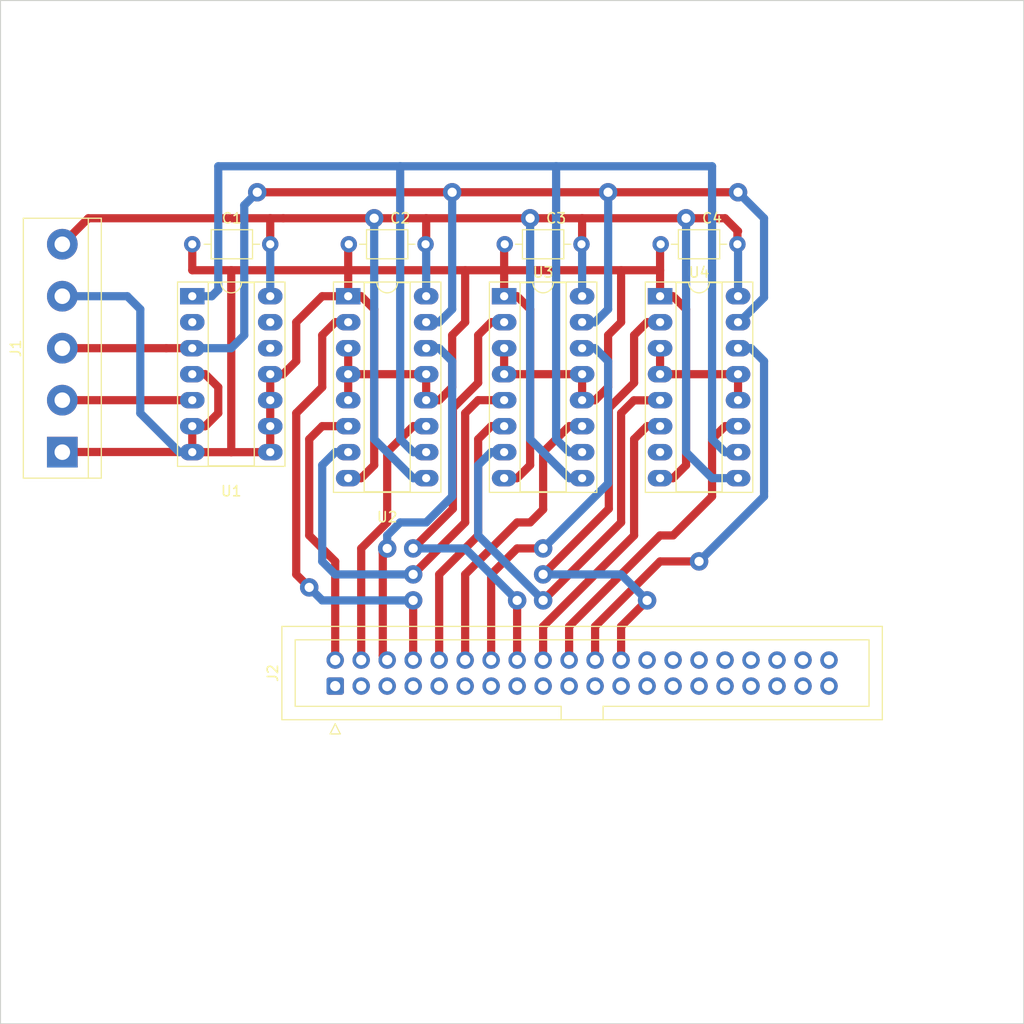
<source format=kicad_pcb>
(kicad_pcb (version 20211014) (generator pcbnew)
  (layers (0 "F.Cu" signal) (31 "B.Cu" signal) (34 "B.Paste" user) (35 "F.Paste" user) (36 "B.SilkS" user "B.Silkscreen") (37 "F.SilkS" user "F.Silkscreen") (38 "B.Mask" user) (39 "F.Mask" user) (44 "Edge.Cuts" user))
  (net 0 "")
  (net 1 "Net-(U1-Pad1)")
  (net 3 "Net-(J2-Pad2)")
  (net 4 "Net-(J2-Pad4)")
  (net 5 "Vss")
  (net 8 "Vdd")
  (net 9 "Net-(U2-Pad7)")
  (net 10 "Net-(U3-Pad7)")
  (net 14 "Net-(J2-Pad6)")
  (net 15 "Net-(J2-Pad8)")
  (net 17 "Net-(J2-Pad10)")
  (net 19 "Net-(J2-Pad12)")
  (net 21 "Net-(J2-Pad14)")
  (net 23 "Net-(J2-Pad16)")
  (net 25 "Net-(J2-Pad18)")
  (net 27 "Net-(J2-Pad20)")
  (net 29 "Net-(J2-Pad22)")
  (net 49 "Net-(J2-Pad24)")
  (net 50 "/ENC_B")
  (net 51 "/ENC_A")
  (footprint "Capacitor_THT:C_Axial_L3.8mm_D2.6mm_P7.50mm_Horizontal" (layer "F.Cu") (at 132.02 83.82 180)
    (fp_text reference "C4" (at 2.48 2.54) (layer "F.SilkS"))
    (fp_text value "100nF")
    (fp_line (start 5.77 -1.42) (end 1.73 -1.42) (layer "F.SilkS") (width 0.12))
    (fp_line (start 1.73 1.42) (end 5.77 1.42) (layer "F.SilkS") (width 0.12))
    (fp_line (start 1.73 -1.42) (end 1.73 1.42) (layer "F.SilkS") (width 0.12))
    (fp_line (start 6.46 0) (end 5.77 0) (layer "F.SilkS") (width 0.12))
    (fp_line (start 1.04 0) (end 1.73 0) (layer "F.SilkS") (width 0.12))
    (fp_line (start 5.77 1.42) (end 5.77 -1.42) (layer "F.SilkS") (width 0.12))
    (pad "1" thru_hole circle (at 0 0 180) (size 1.6 1.6) (drill 0.8) (layers *.Cu *.Mask) (net 8 "Vdd"))
    (pad "2" thru_hole oval (at 7.5 0 180) (size 1.6 1.6) (drill 0.8) (layers *.Cu *.Mask) (net 5 "Vss"))
  )
  (footprint "Package_DIP:DIP-16_W7.62mm_Socket_LongPads" (layer "F.Cu") (at 93.98 88.9)
    (fp_text reference "U2" (at 3.81 21.59) (layer "F.SilkS"))
    (fp_text value "4029")
    (fp_line (start 6.06 -1.33) (end 4.81 -1.33) (layer "F.SilkS") (width 0.12))
    (fp_line (start 2.81 -1.33) (end 1.56 -1.33) (layer "F.SilkS") (width 0.12))
    (fp_line (start -1.44 19.17) (end 9.06 19.17) (layer "F.SilkS") (width 0.12))
    (fp_line (start -1.44 -1.39) (end -1.44 19.17) (layer "F.SilkS") (width 0.12))
    (fp_line (start 9.06 -1.39) (end -1.44 -1.39) (layer "F.SilkS") (width 0.12))
    (fp_line (start 1.56 19.11) (end 6.06 19.11) (layer "F.SilkS") (width 0.12))
    (fp_line (start 1.56 -1.33) (end 1.56 19.11) (layer "F.SilkS") (width 0.12))
    (fp_line (start 9.06 19.17) (end 9.06 -1.39) (layer "F.SilkS") (width 0.12))
    (fp_line (start 6.06 19.11) (end 6.06 -1.33) (layer "F.SilkS") (width 0.12))
    (fp_arc (start 4.81 -1.33) (mid 3.81 -0.33) (end 2.81 -1.33) (layer "F.SilkS") (width 0.12))
    (pad "1" thru_hole rect (at 0 0) (size 2.4 1.6) (drill 0.8) (layers *.Cu *.Mask) (net 5 "Vss"))
    (pad "2" thru_hole oval (at 0 2.54) (size 2.4 1.6) (drill 0.8) (layers *.Cu *.Mask) (net 15 "Net-(J2-Pad8)"))
    (pad "3" thru_hole oval (at 0 5.08) (size 2.4 1.6) (drill 0.8) (layers *.Cu *.Mask) (net 5 "Vss"))
    (pad "4" thru_hole oval (at 0 7.62) (size 2.4 1.6) (drill 0.8) (layers *.Cu *.Mask) (net 5 "Vss"))
    (pad "5" thru_hole oval (at 0 10.16) (size 2.4 1.6) (drill 0.8) (layers *.Cu *.Mask) (net 5 "Vss"))
    (pad "6" thru_hole oval (at 0 12.7) (size 2.4 1.6) (drill 0.8) (layers *.Cu *.Mask) (net 3 "Net-(J2-Pad2)"))
    (pad "7" thru_hole oval (at 0 15.24) (size 2.4 1.6) (drill 0.8) (layers *.Cu *.Mask) (net 9 "Net-(U2-Pad7)"))
    (pad "8" thru_hole oval (at 0 17.78) (size 2.4 1.6) (drill 0.8) (layers *.Cu *.Mask) (net 5 "Vss"))
    (pad "9" thru_hole oval (at 7.62 17.78) (size 2.4 1.6) (drill 0.8) (layers *.Cu *.Mask) (net 8 "Vdd"))
    (pad "10" thru_hole oval (at 7.62 15.24) (size 2.4 1.6) (drill 0.8) (layers *.Cu *.Mask) (net 1 "Net-(U1-Pad1)"))
    (pad "11" thru_hole oval (at 7.62 12.7) (size 2.4 1.6) (drill 0.8) (layers *.Cu *.Mask) (net 4 "Net-(J2-Pad4)"))
    (pad "12" thru_hole oval (at 7.62 10.16) (size 2.4 1.6) (drill 0.8) (layers *.Cu *.Mask) (net 5 "Vss"))
    (pad "13" thru_hole oval (at 7.62 7.62) (size 2.4 1.6) (drill 0.8) (layers *.Cu *.Mask) (net 5 "Vss"))
    (pad "14" thru_hole oval (at 7.62 5.08) (size 2.4 1.6) (drill 0.8) (layers *.Cu *.Mask) (net 14 "Net-(J2-Pad6)"))
    (pad "15" thru_hole oval (at 7.62 2.54) (size 2.4 1.6) (drill 0.8) (layers *.Cu *.Mask) (net 51 "/ENC_A"))
    (pad "16" thru_hole oval (at 7.62 0) (size 2.4 1.6) (drill 0.8) (layers *.Cu *.Mask) (net 8 "Vdd"))
  )
  (footprint "TerminalBlock:TerminalBlock_bornier-5_P5.08mm" (layer "F.Cu") (at 66.04 104.14 90)
    (fp_text reference "J1" (at 10.15 -4.55 90) (layer "F.SilkS"))
    (fp_text value "Screw_Terminal_01x05")
    (fp_line (start -2.54 -3.81) (end 22.86 -3.81) (layer "F.SilkS") (width 0.12))
    (fp_line (start -2.54 3.81) (end 22.86 3.81) (layer "F.SilkS") (width 0.12))
    (fp_line (start -2.54 -3.81) (end -2.54 3.81) (layer "F.SilkS") (width 0.12))
    (fp_line (start -2.54 2.54) (end 22.86 2.54) (layer "F.SilkS") (width 0.12))
    (fp_line (start 22.86 -3.81) (end 22.86 3.81) (layer "F.SilkS") (width 0.12))
    (pad "1" thru_hole rect (at 0 0 90) (size 3 3) (drill 1.52) (layers *.Cu *.Mask) (net 5 "Vss"))
    (pad "2" thru_hole circle (at 5.08 0 90) (size 3 3) (drill 1.52) (layers *.Cu *.Mask) (net 50 "/ENC_B"))
    (pad "3" thru_hole circle (at 10.16 0 90) (size 3 3) (drill 1.52) (layers *.Cu *.Mask) (net 51 "/ENC_A"))
    (pad "4" thru_hole circle (at 15.24 0 90) (size 3 3) (drill 1.52) (layers *.Cu *.Mask) (net 5 "Vss"))
    (pad "5" thru_hole circle (at 20.32 0 90) (size 3 3) (drill 1.52) (layers *.Cu *.Mask) (net 8 "Vdd"))
  )
  (footprint "Package_DIP:DIP-14_W7.62mm_Socket_LongPads" (layer "F.Cu") (at 78.74 88.9)
    (fp_text reference "U1" (at 3.81 19.05) (layer "F.SilkS"))
    (fp_text value "4013")
    (fp_line (start 6.06 16.57) (end 6.06 -1.33) (layer "F.SilkS") (width 0.12))
    (fp_line (start 6.06 -1.33) (end 4.81 -1.33) (layer "F.SilkS") (width 0.12))
    (fp_line (start 1.56 16.57) (end 6.06 16.57) (layer "F.SilkS") (width 0.12))
    (fp_line (start 2.81 -1.33) (end 1.56 -1.33) (layer "F.SilkS") (width 0.12))
    (fp_line (start -1.44 16.63) (end 9.06 16.63) (layer "F.SilkS") (width 0.12))
    (fp_line (start -1.44 -1.39) (end -1.44 16.63) (layer "F.SilkS") (width 0.12))
    (fp_line (start 9.06 16.63) (end 9.06 -1.39) (layer "F.SilkS") (width 0.12))
    (fp_line (start 1.56 -1.33) (end 1.56 16.57) (layer "F.SilkS") (width 0.12))
    (fp_line (start 9.06 -1.39) (end -1.44 -1.39) (layer "F.SilkS") (width 0.12))
    (fp_arc (start 4.81 -1.33) (mid 3.81 -0.33) (end 2.81 -1.33) (layer "F.SilkS") (width 0.12))
    (pad "1" thru_hole rect (at 0 0) (size 2.4 1.6) (drill 0.8) (layers *.Cu *.Mask) (net 1 "Net-(U1-Pad1)"))
    (pad "2" thru_hole oval (at 0 2.54) (size 2.4 1.6) (drill 0.8) (layers *.Cu *.Mask))
    (pad "3" thru_hole oval (at 0 5.08) (size 2.4 1.6) (drill 0.8) (layers *.Cu *.Mask) (net 51 "/ENC_A"))
    (pad "4" thru_hole oval (at 0 7.62) (size 2.4 1.6) (drill 0.8) (layers *.Cu *.Mask) (net 5 "Vss"))
    (pad "5" thru_hole oval (at 0 10.16) (size 2.4 1.6) (drill 0.8) (layers *.Cu *.Mask) (net 50 "/ENC_B"))
    (pad "6" thru_hole oval (at 0 12.7) (size 2.4 1.6) (drill 0.8) (layers *.Cu *.Mask) (net 5 "Vss"))
    (pad "7" thru_hole oval (at 0 15.24) (size 2.4 1.6) (drill 0.8) (layers *.Cu *.Mask) (net 5 "Vss"))
    (pad "8" thru_hole oval (at 7.62 15.24) (size 2.4 1.6) (drill 0.8) (layers *.Cu *.Mask) (net 5 "Vss"))
    (pad "9" thru_hole oval (at 7.62 12.7) (size 2.4 1.6) (drill 0.8) (layers *.Cu *.Mask) (net 5 "Vss"))
    (pad "10" thru_hole oval (at 7.62 10.16) (size 2.4 1.6) (drill 0.8) (layers *.Cu *.Mask) (net 5 "Vss"))
    (pad "11" thru_hole oval (at 7.62 7.62) (size 2.4 1.6) (drill 0.8) (layers *.Cu *.Mask) (net 5 "Vss"))
    (pad "12" thru_hole oval (at 7.62 5.08) (size 2.4 1.6) (drill 0.8) (layers *.Cu *.Mask))
    (pad "13" thru_hole oval (at 7.62 2.54) (size 2.4 1.6) (drill 0.8) (layers *.Cu *.Mask))
    (pad "14" thru_hole oval (at 7.62 0) (size 2.4 1.6) (drill 0.8) (layers *.Cu *.Mask) (net 8 "Vdd"))
  )
  (footprint "Capacitor_THT:C_Axial_L3.8mm_D2.6mm_P7.50mm_Horizontal" (layer "F.Cu") (at 86.36 83.82 180)
    (fp_text reference "C1" (at 3.75 2.54) (layer "F.SilkS"))
    (fp_text value "100nF")
    (fp_line (start 5.77 -1.42) (end 1.73 -1.42) (layer "F.SilkS") (width 0.12))
    (fp_line (start 1.73 1.42) (end 5.77 1.42) (layer "F.SilkS") (width 0.12))
    (fp_line (start 6.46 0) (end 5.77 0) (layer "F.SilkS") (width 0.12))
    (fp_line (start 1.73 -1.42) (end 1.73 1.42) (layer "F.SilkS") (width 0.12))
    (fp_line (start 1.04 0) (end 1.73 0) (layer "F.SilkS") (width 0.12))
    (fp_line (start 5.77 1.42) (end 5.77 -1.42) (layer "F.SilkS") (width 0.12))
    (pad "1" thru_hole circle (at 0 0 180) (size 1.6 1.6) (drill 0.8) (layers *.Cu *.Mask) (net 8 "Vdd"))
    (pad "2" thru_hole oval (at 7.62 0 180) (size 1.6 1.6) (drill 0.8) (layers *.Cu *.Mask) (net 5 "Vss"))
  )
  (footprint "Package_DIP:DIP-16_W7.62mm_Socket_LongPads" (layer "F.Cu") (at 109.22 88.9)
    (fp_text reference "U3" (at 3.81 -2.33) (layer "F.SilkS"))
    (fp_text value "4029")
    (fp_line (start 6.06 19.11) (end 6.06 -1.33) (layer "F.SilkS") (width 0.12))
    (fp_line (start -1.44 -1.39) (end -1.44 19.17) (layer "F.SilkS") (width 0.12))
    (fp_line (start 1.56 19.11) (end 6.06 19.11) (layer "F.SilkS") (width 0.12))
    (fp_line (start 2.81 -1.33) (end 1.56 -1.33) (layer "F.SilkS") (width 0.12))
    (fp_line (start -1.44 19.17) (end 9.06 19.17) (layer "F.SilkS") (width 0.12))
    (fp_line (start 6.06 -1.33) (end 4.81 -1.33) (layer "F.SilkS") (width 0.12))
    (fp_line (start 1.56 -1.33) (end 1.56 19.11) (layer "F.SilkS") (width 0.12))
    (fp_line (start 9.06 -1.39) (end -1.44 -1.39) (layer "F.SilkS") (width 0.12))
    (fp_line (start 9.06 19.17) (end 9.06 -1.39) (layer "F.SilkS") (width 0.12))
    (fp_arc (start 4.81 -1.33) (mid 3.81 -0.33) (end 2.81 -1.33) (layer "F.SilkS") (width 0.12))
    (pad "1" thru_hole rect (at 0 0) (size 2.4 1.6) (drill 0.8) (layers *.Cu *.Mask) (net 5 "Vss"))
    (pad "2" thru_hole oval (at 0 2.54) (size 2.4 1.6) (drill 0.8) (layers *.Cu *.Mask) (net 23 "Net-(J2-Pad16)"))
    (pad "3" thru_hole oval (at 0 5.08) (size 2.4 1.6) (drill 0.8) (layers *.Cu *.Mask) (net 5 "Vss"))
    (pad "4" thru_hole oval (at 0 7.62) (size 2.4 1.6) (drill 0.8) (layers *.Cu *.Mask) (net 5 "Vss"))
    (pad "5" thru_hole oval (at 0 10.16) (size 2.4 1.6) (drill 0.8) (layers *.Cu *.Mask) (net 9 "Net-(U2-Pad7)"))
    (pad "6" thru_hole oval (at 0 12.7) (size 2.4 1.6) (drill 0.8) (layers *.Cu *.Mask) (net 17 "Net-(J2-Pad10)"))
    (pad "7" thru_hole oval (at 0 15.24) (size 2.4 1.6) (drill 0.8) (layers *.Cu *.Mask) (net 10 "Net-(U3-Pad7)"))
    (pad "8" thru_hole oval (at 0 17.78) (size 2.4 1.6) (drill 0.8) (layers *.Cu *.Mask) (net 5 "Vss"))
    (pad "9" thru_hole oval (at 7.62 17.78) (size 2.4 1.6) (drill 0.8) (layers *.Cu *.Mask) (net 8 "Vdd"))
    (pad "10" thru_hole oval (at 7.62 15.24) (size 2.4 1.6) (drill 0.8) (layers *.Cu *.Mask) (net 1 "Net-(U1-Pad1)"))
    (pad "11" thru_hole oval (at 7.62 12.7) (size 2.4 1.6) (drill 0.8) (layers *.Cu *.Mask) (net 19 "Net-(J2-Pad12)"))
    (pad "12" thru_hole oval (at 7.62 10.16) (size 2.4 1.6) (drill 0.8) (layers *.Cu *.Mask) (net 5 "Vss"))
    (pad "13" thru_hole oval (at 7.62 7.62) (size 2.4 1.6) (drill 0.8) (layers *.Cu *.Mask) (net 5 "Vss"))
    (pad "14" thru_hole oval (at 7.62 5.08) (size 2.4 1.6) (drill 0.8) (layers *.Cu *.Mask) (net 21 "Net-(J2-Pad14)"))
    (pad "15" thru_hole oval (at 7.62 2.54) (size 2.4 1.6) (drill 0.8) (layers *.Cu *.Mask) (net 51 "/ENC_A"))
    (pad "16" thru_hole oval (at 7.62 0) (size 2.4 1.6) (drill 0.8) (layers *.Cu *.Mask) (net 8 "Vdd"))
  )
  (footprint "Package_DIP:DIP-16_W7.62mm_Socket_LongPads" (layer "F.Cu") (at 124.46 88.9)
    (fp_text reference "U4" (at 3.81 -2.33) (layer "F.SilkS"))
    (fp_text value "4029")
    (fp_line (start 1.56 19.11) (end 6.06 19.11) (layer "F.SilkS") (width 0.12))
    (fp_line (start 9.06 -1.39) (end -1.44 -1.39) (layer "F.SilkS") (width 0.12))
    (fp_line (start 6.06 -1.33) (end 4.81 -1.33) (layer "F.SilkS") (width 0.12))
    (fp_line (start 1.56 -1.33) (end 1.56 19.11) (layer "F.SilkS") (width 0.12))
    (fp_line (start 6.06 19.11) (end 6.06 -1.33) (layer "F.SilkS") (width 0.12))
    (fp_line (start -1.44 -1.39) (end -1.44 19.17) (layer "F.SilkS") (width 0.12))
    (fp_line (start 2.81 -1.33) (end 1.56 -1.33) (layer "F.SilkS") (width 0.12))
    (fp_line (start 9.06 19.17) (end 9.06 -1.39) (layer "F.SilkS") (width 0.12))
    (fp_line (start -1.44 19.17) (end 9.06 19.17) (layer "F.SilkS") (width 0.12))
    (fp_arc (start 4.81 -1.33) (mid 3.81 -0.33) (end 2.81 -1.33) (layer "F.SilkS") (width 0.12))
    (pad "1" thru_hole rect (at 0 0) (size 2.4 1.6) (drill 0.8) (layers *.Cu *.Mask) (net 5 "Vss"))
    (pad "2" thru_hole oval (at 0 2.54) (size 2.4 1.6) (drill 0.8) (layers *.Cu *.Mask) (net 49 "Net-(J2-Pad24)"))
    (pad "3" thru_hole oval (at 0 5.08) (size 2.4 1.6) (drill 0.8) (layers *.Cu *.Mask) (net 5 "Vss"))
    (pad "4" thru_hole oval (at 0 7.62) (size 2.4 1.6) (drill 0.8) (layers *.Cu *.Mask) (net 5 "Vss"))
    (pad "5" thru_hole oval (at 0 10.16) (size 2.4 1.6) (drill 0.8) (layers *.Cu *.Mask) (net 10 "Net-(U3-Pad7)"))
    (pad "6" thru_hole oval (at 0 12.7) (size 2.4 1.6) (drill 0.8) (layers *.Cu *.Mask) (net 25 "Net-(J2-Pad18)"))
    (pad "7" thru_hole oval (at 0 15.24) (size 2.4 1.6) (drill 0.8) (layers *.Cu *.Mask))
    (pad "8" thru_hole oval (at 0 17.78) (size 2.4 1.6) (drill 0.8) (layers *.Cu *.Mask) (net 5 "Vss"))
    (pad "9" thru_hole oval (at 7.62 17.78) (size 2.4 1.6) (drill 0.8) (layers *.Cu *.Mask) (net 8 "Vdd"))
    (pad "10" thru_hole oval (at 7.62 15.24) (size 2.4 1.6) (drill 0.8) (layers *.Cu *.Mask) (net 1 "Net-(U1-Pad1)"))
    (pad "11" thru_hole oval (at 7.62 12.7) (size 2.4 1.6) (drill 0.8) (layers *.Cu *.Mask) (net 27 "Net-(J2-Pad20)"))
    (pad "12" thru_hole oval (at 7.62 10.16) (size 2.4 1.6) (drill 0.8) (layers *.Cu *.Mask) (net 5 "Vss"))
    (pad "13" thru_hole oval (at 7.62 7.62) (size 2.4 1.6) (drill 0.8) (layers *.Cu *.Mask) (net 5 "Vss"))
    (pad "14" thru_hole oval (at 7.62 5.08) (size 2.4 1.6) (drill 0.8) (layers *.Cu *.Mask) (net 29 "Net-(J2-Pad22)"))
    (pad "15" thru_hole oval (at 7.62 2.54) (size 2.4 1.6) (drill 0.8) (layers *.Cu *.Mask) (net 51 "/ENC_A"))
    (pad "16" thru_hole oval (at 7.62 0) (size 2.4 1.6) (drill 0.8) (layers *.Cu *.Mask) (net 8 "Vdd"))
  )
  (footprint "Capacitor_THT:C_Axial_L3.8mm_D2.6mm_P7.50mm_Horizontal" (layer "F.Cu") (at 101.54 83.82 180)
    (fp_text reference "C2" (at 2.48 2.54) (layer "F.SilkS"))
    (fp_text value "100nF")
    (fp_line (start 5.77 1.42) (end 5.77 -1.42) (layer "F.SilkS") (width 0.12))
    (fp_line (start 1.73 -1.42) (end 1.73 1.42) (layer "F.SilkS") (width 0.12))
    (fp_line (start 1.73 1.42) (end 5.77 1.42) (layer "F.SilkS") (width 0.12))
    (fp_line (start 5.77 -1.42) (end 1.73 -1.42) (layer "F.SilkS") (width 0.12))
    (fp_line (start 6.46 0) (end 5.77 0) (layer "F.SilkS") (width 0.12))
    (fp_line (start 1.04 0) (end 1.73 0) (layer "F.SilkS") (width 0.12))
    (pad "1" thru_hole circle (at 0 0 180) (size 1.6 1.6) (drill 0.8) (layers *.Cu *.Mask) (net 8 "Vdd"))
    (pad "2" thru_hole oval (at 7.5 0 180) (size 1.6 1.6) (drill 0.8) (layers *.Cu *.Mask) (net 5 "Vss"))
  )
  (footprint "Capacitor_THT:C_Axial_L3.8mm_D2.6mm_P7.50mm_Horizontal" (layer "F.Cu") (at 116.78 83.82 180)
    (fp_text reference "C3" (at 2.48 2.54) (layer "F.SilkS"))
    (fp_text value "100nF")
    (fp_line (start 1.73 1.42) (end 5.77 1.42) (layer "F.SilkS") (width 0.12))
    (fp_line (start 6.46 0) (end 5.77 0) (layer "F.SilkS") (width 0.12))
    (fp_line (start 1.73 -1.42) (end 1.73 1.42) (layer "F.SilkS") (width 0.12))
    (fp_line (start 1.04 0) (end 1.73 0) (layer "F.SilkS") (width 0.12))
    (fp_line (start 5.77 -1.42) (end 1.73 -1.42) (layer "F.SilkS") (width 0.12))
    (fp_line (start 5.77 1.42) (end 5.77 -1.42) (layer "F.SilkS") (width 0.12))
    (pad "1" thru_hole circle (at 0 0 180) (size 1.6 1.6) (drill 0.8) (layers *.Cu *.Mask) (net 8 "Vdd"))
    (pad "2" thru_hole oval (at 7.5 0 180) (size 1.6 1.6) (drill 0.8) (layers *.Cu *.Mask) (net 5 "Vss"))
  )
  (footprint "Connector_IDC:IDC-Header_2x20_P2.54mm_Vertical" (layer "F.Cu") (at 92.71 127 90)
    (fp_text reference "J2" (at 1.27 -6.1 90) (layer "F.SilkS"))
    (fp_text value "Conn_02x20_Counter_Clockwise")
    (fp_line (start 5.83 53.47) (end -3.29 53.47) (layer "F.SilkS") (width 0.12))
    (fp_line (start -3.29 53.47) (end -3.29 -5.21) (layer "F.SilkS") (width 0.12))
    (fp_line (start -1.98 -3.91) (end 4.52 -3.91) (layer "F.SilkS") (width 0.12))
    (fp_line (start -1.98 26.18) (end -3.29 26.18) (layer "F.SilkS") (width 0.12))
    (fp_line (start -4.68 -0.5) (end -4.68 0.5) (layer "F.SilkS") (width 0.12))
    (fp_line (start -1.98 52.17) (end -1.98 26.18) (layer "F.SilkS") (width 0.12))
    (fp_line (start -1.98 26.18) (end -1.98 26.18) (layer "F.SilkS") (width 0.12))
    (fp_line (start -3.29 22.08) (end -1.98 22.08) (layer "F.SilkS") (width 0.12))
    (fp_line (start 5.83 -5.21) (end 5.83 53.47) (layer "F.SilkS") (width 0.12))
    (fp_line (start -3.29 -5.21) (end 5.83 -5.21) (layer "F.SilkS") (width 0.12))
    (fp_line (start -4.68 0.5) (end -3.68 0) (layer "F.SilkS") (width 0.12))
    (fp_line (start -3.68 0) (end -4.68 -0.5) (layer "F.SilkS") (width 0.12))
    (fp_line (start -1.98 22.08) (end -1.98 -3.91) (layer "F.SilkS") (width 0.12))
    (fp_line (start 4.52 52.17) (end -1.98 52.17) (layer "F.SilkS") (width 0.12))
    (fp_line (start 4.52 -3.91) (end 4.52 52.17) (layer "F.SilkS") (width 0.12))
    (pad "1" thru_hole roundrect (at 0 0 90) (size 1.7 1.7) (drill 1) (layers *.Cu *.Mask) (roundrect_rratio 0.147059))
    (pad "2" thru_hole circle (at 2.54 0 90) (size 1.7 1.7) (drill 1) (layers *.Cu *.Mask) (net 3 "Net-(J2-Pad2)"))
    (pad "3" thru_hole circle (at 0 2.54 90) (size 1.7 1.7) (drill 1) (layers *.Cu *.Mask))
    (pad "4" thru_hole circle (at 2.54 2.54 90) (size 1.7 1.7) (drill 1) (layers *.Cu *.Mask) (net 4 "Net-(J2-Pad4)"))
    (pad "5" thru_hole circle (at 0 5.08 90) (size 1.7 1.7) (drill 1) (layers *.Cu *.Mask))
    (pad "6" thru_hole circle (at 2.54 5.08 90) (size 1.7 1.7) (drill 1) (layers *.Cu *.Mask) (net 14 "Net-(J2-Pad6)"))
    (pad "7" thru_hole circle (at 0 7.62 90) (size 1.7 1.7) (drill 1) (layers *.Cu *.Mask))
    (pad "8" thru_hole circle (at 2.54 7.62 90) (size 1.7 1.7) (drill 1) (layers *.Cu *.Mask) (net 15 "Net-(J2-Pad8)"))
    (pad "9" thru_hole circle (at 0 10.16 90) (size 1.7 1.7) (drill 1) (layers *.Cu *.Mask))
    (pad "10" thru_hole circle (at 2.54 10.16 90) (size 1.7 1.7) (drill 1) (layers *.Cu *.Mask) (net 17 "Net-(J2-Pad10)"))
    (pad "11" thru_hole circle (at 0 12.7 90) (size 1.7 1.7) (drill 1) (layers *.Cu *.Mask))
    (pad "12" thru_hole circle (at 2.54 12.7 90) (size 1.7 1.7) (drill 1) (layers *.Cu *.Mask) (net 19 "Net-(J2-Pad12)"))
    (pad "13" thru_hole circle (at 0 15.24 90) (size 1.7 1.7) (drill 1) (layers *.Cu *.Mask))
    (pad "14" thru_hole circle (at 2.54 15.24 90) (size 1.7 1.7) (drill 1) (layers *.Cu *.Mask) (net 21 "Net-(J2-Pad14)"))
    (pad "15" thru_hole circle (at 0 17.78 90) (size 1.7 1.7) (drill 1) (layers *.Cu *.Mask))
    (pad "16" thru_hole circle (at 2.54 17.78 90) (size 1.7 1.7) (drill 1) (layers *.Cu *.Mask) (net 23 "Net-(J2-Pad16)"))
    (pad "17" thru_hole circle (at 0 20.32 90) (size 1.7 1.7) (drill 1) (layers *.Cu *.Mask))
    (pad "18" thru_hole circle (at 2.54 20.32 90) (size 1.7 1.7) (drill 1) (layers *.Cu *.Mask) (net 25 "Net-(J2-Pad18)"))
    (pad "19" thru_hole circle (at 0 22.86 90) (size 1.7 1.7) (drill 1) (layers *.Cu *.Mask))
    (pad "20" thru_hole circle (at 2.54 22.86 90) (size 1.7 1.7) (drill 1) (layers *.Cu *.Mask) (net 27 "Net-(J2-Pad20)"))
    (pad "21" thru_hole circle (at 0 25.4 90) (size 1.7 1.7) (drill 1) (layers *.Cu *.Mask))
    (pad "22" thru_hole circle (at 2.54 25.4 90) (size 1.7 1.7) (drill 1) (layers *.Cu *.Mask) (net 29 "Net-(J2-Pad22)"))
    (pad "23" thru_hole circle (at 0 27.94 90) (size 1.7 1.7) (drill 1) (layers *.Cu *.Mask))
    (pad "24" thru_hole circle (at 2.54 27.94 90) (size 1.7 1.7) (drill 1) (layers *.Cu *.Mask) (net 49 "Net-(J2-Pad24)"))
    (pad "25" thru_hole circle (at 0 30.48 90) (size 1.7 1.7) (drill 1) (layers *.Cu *.Mask))
    (pad "26" thru_hole circle (at 2.54 30.48 90) (size 1.7 1.7) (drill 1) (layers *.Cu *.Mask))
    (pad "27" thru_hole circle (at 0 33.02 90) (size 1.7 1.7) (drill 1) (layers *.Cu *.Mask))
    (pad "28" thru_hole circle (at 2.54 33.02 90) (size 1.7 1.7) (drill 1) (layers *.Cu *.Mask))
    (pad "29" thru_hole circle (at 0 35.56 90) (size 1.7 1.7) (drill 1) (layers *.Cu *.Mask))
    (pad "30" thru_hole circle (at 2.54 35.56 90) (size 1.7 1.7) (drill 1) (layers *.Cu *.Mask))
    (pad "31" thru_hole circle (at 0 38.1 90) (size 1.7 1.7) (drill 1) (layers *.Cu *.Mask))
    (pad "32" thru_hole circle (at 2.54 38.1 90) (size 1.7 1.7) (drill 1) (layers *.Cu *.Mask))
    (pad "33" thru_hole circle (at 0 40.64 90) (size 1.7 1.7) (drill 1) (layers *.Cu *.Mask))
    (pad "34" thru_hole circle (at 2.54 40.64 90) (size 1.7 1.7) (drill 1) (layers *.Cu *.Mask))
    (pad "35" thru_hole circle (at 0 43.18 90) (size 1.7 1.7) (drill 1) (layers *.Cu *.Mask))
    (pad "36" thru_hole circle (at 2.54 43.18 90) (size 1.7 1.7) (drill 1) (layers *.Cu *.Mask))
    (pad "37" thru_hole circle (at 0 45.72 90) (size 1.7 1.7) (drill 1) (layers *.Cu *.Mask))
    (pad "38" thru_hole circle (at 2.54 45.72 90) (size 1.7 1.7) (drill 1) (layers *.Cu *.Mask))
    (pad "39" thru_hole circle (at 0 48.26 90) (size 1.7 1.7) (drill 1) (layers *.Cu *.Mask))
    (pad "40" thru_hole circle (at 2.54 48.26 90) (size 1.7 1.7) (drill 1) (layers *.Cu *.Mask))
  )
  (gr_rect (start 60 60) (end 160 160) (layer "Edge.Cuts") (width 0.1) (fill none))
  (segment (start 99.06 76.2) (end 114.3 76.2) (width 0.8) (layer "B.Cu") (net 1))
  (segment (start 129.54 76.2) (end 129.54 102.87) (width 0.8) (layer "B.Cu") (net 1))
  (segment (start 99.06 76.2) (end 99.06 102.87) (width 0.8) (layer "B.Cu") (net 1))
  (segment (start 129.54 76.2) (end 114.3 76.2) (width 0.8) (layer "B.Cu") (net 1))
  (segment (start 129.54 102.87) (end 130.81 104.14) (width 0.8) (layer "B.Cu") (net 1))
  (segment (start 99.06 102.87) (end 100.33 104.14) (width 0.8) (layer "B.Cu") (net 1))
  (segment (start 81.28 76.2) (end 81.28 88.265) (width 0.8) (layer "B.Cu") (net 1))
  (segment (start 114.3 76.2) (end 114.3 102.87) (width 0.8) (layer "B.Cu") (net 1))
  (segment (start 115.57 104.14) (end 116.84 104.14) (width 0.8) (layer "B.Cu") (net 1))
  (segment (start 80.645 88.9) (end 78.74 88.9) (width 0.8) (layer "B.Cu") (net 1))
  (segment (start 114.3 102.87) (end 115.57 104.14) (width 0.8) (layer "B.Cu") (net 1))
  (segment (start 81.28 76.2) (end 99.06 76.2) (width 0.8) (layer "B.Cu") (net 1))
  (segment (start 100.33 104.14) (end 101.6 104.14) (width 0.8) (layer "B.Cu") (net 1))
  (segment (start 130.81 104.14) (end 132.08 104.14) (width 0.8) (layer "B.Cu") (net 1))
  (segment (start 81.28 88.265) (end 80.645 88.9) (width 0.8) (layer "B.Cu") (net 1))
  (segment (start 90.17 112.2775) (end 92.71 114.8175) (width 0.8) (layer "F.Cu") (net 3))
  (segment (start 92.71 114.8175) (end 92.71 124.46) (width 0.8) (layer "F.Cu") (net 3))
  (segment (start 90.17 112.2775) (end 90.17 102.87) (width 0.8) (layer "F.Cu") (net 3))
  (segment (start 93.98 101.6) (end 91.44 101.6) (width 0.8) (layer "F.Cu") (net 3))
  (segment (start 91.44 101.6) (end 90.17 102.87) (width 0.8) (layer "F.Cu") (net 3))
  (segment (start 95.25 124.46) (end 95.25 113.5475) (width 0.8) (layer "F.Cu") (net 4))
  (segment (start 97.79 104.14) (end 97.79 111.0075) (width 0.8) (layer "F.Cu") (net 4))
  (segment (start 97.79 104.14) (end 100.33 101.6) (width 0.8) (layer "F.Cu") (net 4))
  (segment (start 100.33 101.6) (end 101.6 101.6) (width 0.8) (layer "F.Cu") (net 4))
  (segment (start 95.25 113.5475) (end 97.79 111.0075) (width 0.8) (layer "F.Cu") (net 4))
  (segment (start 93.98 96.52) (end 93.98 99.06) (width 0.8) (layer "F.Cu") (net 5))
  (segment (start 111.76 90.17) (end 111.76 96.52) (width 0.8) (layer "F.Cu") (net 5))
  (segment (start 86.36 104.14) (end 86.36 97.14) (width 0.8) (layer "F.Cu") (net 5))
  (segment (start 101.6 96.52) (end 96.52 96.52) (width 0.8) (layer "F.Cu") (net 5))
  (segment (start 81.28 100.33) (end 80.01 101.6) (width 0.8) (layer "F.Cu") (net 5))
  (segment (start 104.14 92.71) (end 105.41 91.44) (width 0.8) (layer "F.Cu") (net 5))
  (segment (start 110.49 106.68) (end 109.22 106.68) (width 0.8) (layer "F.Cu") (net 5))
  (segment (start 93.98 83.88) (end 94.04 83.82) (width 0.8) (layer "F.Cu") (net 5))
  (segment (start 87.63 96.52) (end 88.9 95.25) (width 0.8) (layer "F.Cu") (net 5))
  (segment (start 124.46 88.9) (end 125.73 88.9) (width 0.8) (layer "F.Cu") (net 5))
  (segment (start 80.01 96.52) (end 81.28 97.79) (width 0.8) (layer "F.Cu") (net 5))
  (segment (start 124.46 93.98) (end 124.46 96.52) (width 0.8) (layer "F.Cu") (net 5))
  (segment (start 101.6 96.52) (end 101.6 99.06) (width 0.8) (layer "F.Cu") (net 5))
  (segment (start 96.52 96.52) (end 96.52 105.41) (width 0.8) (layer "F.Cu") (net 5))
  (segment (start 66.04 104.14) (end 66.055 104.125) (width 0.8) (layer "F.Cu") (net 5))
  (segment (start 93.98 88.9) (end 95.25 88.9) (width 0.8) (layer "F.Cu") (net 5))
  (segment (start 78.74 96.52) (end 80.01 96.52) (width 0.8) (layer "F.Cu") (net 5))
  (segment (start 110.49 88.9) (end 111.76 90.17) (width 0.8) (layer "F.Cu") (net 5))
  (segment (start 132.08 96.52) (end 132.08 99.06) (width 0.8) (layer "F.Cu") (net 5))
  (segment (start 127 90.17) (end 127 96.52) (width 0.8) (layer "F.Cu") (net 5))
  (segment (start 127 96.52) (end 127 105.41) (width 0.8) (layer "F.Cu") (net 5))
  (segment (start 116.84 96.52) (end 116.84 99.06) (width 0.8) (layer "F.Cu") (net 5))
  (segment (start 118.11 99.06) (end 119.38 97.79) (width 0.8) (layer "F.Cu") (net 5))
  (segment (start 124.46 88.9) (end 124.46 83.88) (width 0.8) (layer "F.Cu") (net 5))
  (segment (start 96.52 105.41) (end 95.25 106.68) (width 0.8) (layer "F.Cu") (net 5))
  (segment (start 78.74 104.14) (end 82.55 104.14) (width 0.8) (layer "F.Cu") (net 5))
  (segment (start 82.55 104.14) (end 86.36 104.14) (width 0.8) (layer "F.Cu") (net 5))
  (segment (start 124.46 96.52) (end 127 96.52) (width 0.8) (layer "F.Cu") (net 5))
  (segment (start 111.76 105.41) (end 110.49 106.68) (width 0.8) (layer "F.Cu") (net 5))
  (segment (start 119.38 97.79) (end 119.38 92.71) (width 0.8) (layer "F.Cu") (net 5))
  (segment (start 125.73 88.9) (end 127 90.17) (width 0.8) (layer "F.Cu") (net 5))
  (segment (start 86.36 96.52) (end 87.63 96.52) (width 0.8) (layer "F.Cu") (net 5))
  (segment (start 119.38 92.71) (end 120.65 91.44) (width 0.8) (layer "F.Cu") (net 5))
  (segment (start 125.73 106.68) (end 124.46 106.68) (width 0.8) (layer "F.Cu") (net 5))
  (segment (start 109.22 96.52) (end 111.76 96.52) (width 0.8) (layer "F.Cu") (net 5))
  (segment (start 116.84 96.52) (end 111.76 96.52) (width 0.8) (layer "F.Cu") (net 5))
  (segment (start 109.22 83.88) (end 109.28 83.82) (width 0.8) (layer "F.Cu") (net 5))
  (segment (start 93.98 86.36) (end 82.55 86.36) (width 0.8) (layer "F.Cu") (net 5))
  (segment (start 124.46 83.88) (end 124.52 83.82) (width 0.8) (layer "F.Cu") (net 5))
  (segment (start 80.01 101.6) (end 78.74 101.6) (width 0.8) (layer "F.Cu") (net 5))
  (segment (start 101.6 99.06) (end 102.87 99.06) (width 0.8) (layer "F.Cu") (net 5))
  (segment (start 120.65 91.44) (end 120.65 86.36) (width 0.8) (layer "F.Cu") (net 5))
  (segment (start 104.14 97.79) (end 104.14 92.71) (width 0.8) (layer "F.Cu") (net 5))
  (segment (start 95.25 106.68) (end 93.98 106.68) (width 0.8) (layer "F.Cu") (net 5))
  (segment (start 109.22 88.9) (end 109.22 83.88) (width 0.8) (layer "F.Cu") (net 5))
  (segment (start 127 105.41) (end 125.73 106.68) (width 0.8) (layer "F.Cu") (net 5))
  (segment (start 78.74 101.6) (end 78.74 104.14) (width 0.8) (layer "F.Cu") (net 5))
  (segment (start 102.87 99.06) (end 104.14 97.79) (width 0.8) (layer "F.Cu") (net 5))
  (segment (start 95.25 88.9) (end 96.52 90.17) (width 0.8) (layer "F.Cu") (net 5))
  (segment (start 124.46 86.36) (end 93.98 86.36) (width 0.8) (layer "F.Cu") (net 5))
  (segment (start 93.98 93.98) (end 93.98 96.52) (width 0.8) (layer "F.Cu") (net 5))
  (segment (start 66.055 104.125) (end 78.725 104.125) (width 0.8) (layer "F.Cu") (net 5))
  (segment (start 88.9 95.25) (end 88.9 91.44) (width 0.8) (layer "F.Cu") (net 5))
  (segment (start 93.98 88.9) (end 93.98 83.88) (width 0.8) (layer "F.Cu") (net 5))
  (segment (start 105.41 91.44) (end 105.41 86.36) (width 0.8) (layer "F.Cu") (net 5))
  (segment (start 91.44 88.9) (end 93.98 88.9) (width 0.8) (layer "F.Cu") (net 5))
  (segment (start 109.22 88.9) (end 110.49 88.9) (width 0.8) (layer "F.Cu") (net 5))
  (segment (start 82.55 86.36) (end 78.74 86.36) (width 0.8) (layer "F.Cu") (net 5))
  (segment (start 96.52 90.17) (end 96.52 96.52) (width 0.8) (layer "F.Cu") (net 5))
  (segment (start 132.08 96.52) (end 127 96.52) (width 0.8) (layer "F.Cu") (net 5))
  (segment (start 88.9 91.44) (end 91.44 88.9) (width 0.8) (layer "F.Cu") (net 5))
  (segment (start 81.28 97.79) (end 81.28 100.33) (width 0.8) (layer "F.Cu") (net 5))
  (segment (start 116.84 99.06) (end 118.11 99.06) (width 0.8) (layer "F.Cu") (net 5))
  (segment (start 93.98 96.52) (end 96.52 96.52) (width 0.8) (layer "F.Cu") (net 5))
  (segment (start 111.76 96.52) (end 111.76 105.41) (width 0.8) (layer "F.Cu") (net 5))
  (segment (start 109.22 93.98) (end 109.22 96.52) (width 0.8) (layer "F.Cu") (net 5))
  (segment (start 82.55 104.14) (end 82.55 86.36) (width 0.8) (layer "F.Cu") (net 5))
  (segment (start 78.74 86.36) (end 78.74 83.82) (width 0.8) (layer "F.Cu") (net 5))
  (segment (start 72.39 88.9) (end 73.66 90.17) (width 0.8) (layer "B.Cu") (net 5))
  (segment (start 66.04 88.9) (end 72.39 88.9) (width 0.8) (layer "B.Cu") (net 5))
  (segment (start 73.66 100.33) (end 77.47 104.14) (width 0.8) (layer "B.Cu") (net 5))
  (segment (start 73.66 90.17) (end 73.66 100.33) (width 0.8) (layer "B.Cu") (net 5))
  (segment (start 68.58 81.28) (end 66.04 83.82) (width 0.8) (layer "F.Cu") (net 8))
  (segment (start 127 81.28) (end 130.81 81.28) (width 0.8) (layer "F.Cu") (net 8))
  (segment (start 116.84 83.76) (end 116.78 83.82) (width 0.8) (layer "F.Cu") (net 8))
  (segment (start 101.6 81.28) (end 101.6 83.76) (width 0.8) (layer "F.Cu") (net 8))
  (segment (start 87.63 81.28) (end 86.36 81.28) (width 0.8) (layer "F.Cu") (net 8))
  (segment (start 132.08 82.55) (end 132.02 82.61) (width 0.8) (layer "F.Cu") (net 8))
  (segment (start 116.84 81.28) (end 127 81.28) (width 0.8) (layer "F.Cu") (net 8))
  (segment (start 132.02 82.61) (end 132.02 83.82) (width 0.8) (layer "F.Cu") (net 8))
  (segment (start 130.81 81.28) (end 132.08 82.55) (width 0.8) (layer "F.Cu") (net 8))
  (segment (start 86.36 81.28) (end 68.58 81.28) (width 0.8) (layer "F.Cu") (net 8))
  (segment (start 116.84 81.28) (end 116.84 83.76) (width 0.8) (layer "F.Cu") (net 8))
  (segment (start 101.6 83.76) (end 101.54 83.82) (width 0.8) (layer "F.Cu") (net 8))
  (segment (start 86.36 83.82) (end 86.36 81.28) (width 0.8) (layer "F.Cu") (net 8))
  (segment (start 96.52 81.28) (end 101.6 81.28) (width 0.8) (layer "F.Cu") (net 8))
  (segment (start 87.63 81.28) (end 96.52 81.28) (width 0.8) (layer "F.Cu") (net 8))
  (segment (start 101.6 81.28) (end 116.84 81.28) (width 0.8) (layer "F.Cu") (net 8))
  (via (at 127 81.28) (size 1.8) (drill 0.9) (layers "F.Cu" "B.Cu") (net 8))
  (via (at 96.52 81.28) (size 1.8) (drill 0.9) (layers "F.Cu" "B.Cu") (net 8))
  (via (at 111.76 81.28) (size 1.8) (drill 0.9) (layers "F.Cu" "B.Cu") (net 8))
  (segment (start 111.76 102.87) (end 115.57 106.68) (width 0.8) (layer "B.Cu") (net 8))
  (segment (start 115.57 106.68) (end 116.84 106.68) (width 0.8) (layer "B.Cu") (net 8))
  (segment (start 127 81.28) (end 127 104.14) (width 0.8) (layer "B.Cu") (net 8))
  (segment (start 96.52 81.28) (end 96.52 102.87) (width 0.8) (layer "B.Cu") (net 8))
  (segment (start 132.08 88.9) (end 132.08 83.88) (width 0.8) (layer "B.Cu") (net 8))
  (segment (start 127 104.14) (end 129.54 106.68) (width 0.8) (layer "B.Cu") (net 8))
  (segment (start 111.76 102.87) (end 111.76 81.28) (width 0.8) (layer "B.Cu") (net 8))
  (segment (start 86.36 88.9) (end 86.36 83.82) (width 0.8) (layer "B.Cu") (net 8))
  (segment (start 100.33 106.68) (end 101.6 106.68) (width 0.8) (layer "B.Cu") (net 8))
  (segment (start 132.08 83.88) (end 132.02 83.82) (width 0.8) (layer "B.Cu") (net 8))
  (segment (start 116.84 83.88) (end 116.78 83.82) (width 0.8) (layer "B.Cu") (net 8))
  (segment (start 96.52 102.87) (end 100.33 106.68) (width 0.8) (layer "B.Cu") (net 8))
  (segment (start 116.84 88.9) (end 116.84 83.88) (width 0.8) (layer "B.Cu") (net 8))
  (segment (start 101.6 88.9) (end 101.6 83.88) (width 0.8) (layer "B.Cu") (net 8))
  (segment (start 129.54 106.68) (end 132.08 106.68) (width 0.8) (layer "B.Cu") (net 8))
  (segment (start 101.6 83.88) (end 101.54 83.82) (width 0.8) (layer "B.Cu") (net 8))
  (segment (start 106.68 99.06) (end 109.22 99.06) (width 0.8) (layer "F.Cu") (net 9))
  (segment (start 105.41 100.33) (end 106.68 99.06) (width 0.8) (layer "F.Cu") (net 9))
  (segment (start 100.33 116.0875) (end 105.41 111.0075) (width 0.8) (layer "F.Cu") (net 9))
  (segment (start 105.41 111.0075) (end 105.41 100.33) (width 0.8) (layer "F.Cu") (net 9))
  (via (at 100.33 116.0875) (size 1.8) (drill 0.9) (layers "F.Cu" "B.Cu") (net 9))
  (segment (start 91.44 105.41) (end 91.44 114.8175) (width 0.8) (layer "B.Cu") (net 9))
  (segment (start 92.71 116.0875) (end 91.44 114.8175) (width 0.8) (layer "B.Cu") (net 9))
  (segment (start 100.33 116.0875) (end 92.71 116.0875) (width 0.8) (layer "B.Cu") (net 9))
  (segment (start 91.44 105.41) (end 92.71 104.14) (width 0.8) (layer "B.Cu") (net 9))
  (segment (start 92.71 104.14) (end 93.98 104.14) (width 0.8) (layer "B.Cu") (net 9))
  (segment (start 113.03 118.6275) (end 120.65 111.0075) (width 0.8) (layer "F.Cu") (net 10))
  (segment (start 121.905 99.075) (end 124.46 99.075) (width 0.8) (layer "F.Cu") (net 10))
  (segment (start 120.65 100.33) (end 120.65 111.0075) (width 0.8) (layer "F.Cu") (net 10))
  (segment (start 120.65 100.33) (end 121.905 99.075) (width 0.8) (layer "F.Cu") (net 10))
  (via (at 113.03 118.6275) (size 1.8) (drill 0.9) (layers "F.Cu" "B.Cu") (net 10))
  (segment (start 106.68 105.41) (end 107.95 104.14) (width 0.8) (layer "B.Cu") (net 10))
  (segment (start 106.68 105.41) (end 106.68 111.76) (width 0.8) (layer "B.Cu") (net 10))
  (segment (start 113.03 118.6275) (end 106.68 112.2775) (width 0.8) (layer "B.Cu") (net 10))
  (segment (start 106.68 112.2775) (end 106.68 111.76) (width 0.8) (layer "B.Cu") (net 10))
  (segment (start 107.95 104.14) (end 109.22 104.14) (width 0.8) (layer "B.Cu") (net 10))
  (segment (start 97.79 113.5475) (end 97.360489 113.977011) (width 0.8) (layer "F.Cu") (net 14))
  (segment (start 97.360489 113.977011) (end 97.360489 124.030489) (width 0.8) (layer "F.Cu") (net 14))
  (segment (start 97.360489 124.030489) (end 97.79 124.46) (width 0.8) (layer "F.Cu") (net 14))
  (via (at 97.79 113.5475) (size 1.8) (drill 0.9) (layers "F.Cu" "B.Cu") (net 14))
  (segment (start 97.79 113.5475) (end 97.79 112.2775) (width 0.8) (layer "B.Cu") (net 14))
  (segment (start 102.87 93.98) (end 101.6 93.98) (width 0.8) (layer "B.Cu") (net 14))
  (segment (start 104.14 95.25) (end 102.87 93.98) (width 0.8) (layer "B.Cu") (net 14))
  (segment (start 104.14 95.25) (end 104.14 108.4675) (width 0.8) (layer "B.Cu") (net 14))
  (segment (start 99.06 111.0075) (end 101.6 111.0075) (width 0.8) (layer "B.Cu") (net 14))
  (segment (start 101.6 111.0075) (end 104.14 108.4675) (width 0.8) (layer "B.Cu") (net 14))
  (segment (start 97.79 112.2775) (end 99.06 111.0075) (width 0.8) (layer "B.Cu") (net 14))
  (segment (start 100.33 118.6275) (end 100.33 124.46) (width 0.8) (layer "F.Cu") (net 15))
  (segment (start 88.9 100.33) (end 88.9 116.0875) (width 0.8) (layer "F.Cu") (net 15))
  (segment (start 88.9 100.33) (end 91.44 97.79) (width 0.8) (layer "F.Cu") (net 15))
  (segment (start 91.44 97.79) (end 91.44 92.71) (width 0.8) (layer "F.Cu") (net 15))
  (segment (start 90.17 117.3575) (end 88.9 116.0875) (width 0.8) (layer "F.Cu") (net 15))
  (segment (start 92.71 91.44) (end 93.98 91.44) (width 0.8) (layer "F.Cu") (net 15))
  (segment (start 91.44 92.71) (end 92.71 91.44) (width 0.8) (layer "F.Cu") (net 15))
  (via (at 100.33 118.6275) (size 1.8) (drill 0.9) (layers "F.Cu" "B.Cu") (net 15))
  (via (at 90.17 117.3575) (size 1.8) (drill 0.9) (layers "F.Cu" "B.Cu") (net 15))
  (segment (start 90.17 117.3575) (end 91.44 118.6275) (width 0.8) (layer "B.Cu") (net 15))
  (segment (start 91.44 118.6275) (end 100.33 118.6275) (width 0.8) (layer "B.Cu") (net 15))
  (segment (start 102.87 116.0875) (end 102.87 124.46) (width 0.8) (layer "F.Cu") (net 17))
  (segment (start 107.95 101.6) (end 106.68 102.87) (width 0.8) (layer "F.Cu") (net 17))
  (segment (start 106.68 102.87) (end 106.68 112.2775) (width 0.8) (layer "F.Cu") (net 17))
  (segment (start 106.68 112.2775) (end 102.87 116.0875) (width 0.8) (layer "F.Cu") (net 17))
  (segment (start 109.22 101.6) (end 107.95 101.6) (width 0.8) (layer "F.Cu") (net 17))
  (segment (start 105.41 116.0875) (end 105.41 124.46) (width 0.8) (layer "F.Cu") (net 19))
  (segment (start 110.49 111.0075) (end 111.76 111.0075) (width 0.8) (layer "F.Cu") (net 19))
  (segment (start 115.57 101.6) (end 113.03 104.14) (width 0.8) (layer "F.Cu") (net 19))
  (segment (start 116.84 101.6) (end 115.57 101.6) (width 0.8) (layer "F.Cu") (net 19))
  (segment (start 110.49 111.0075) (end 105.41 116.0875) (width 0.8) (layer "F.Cu") (net 19))
  (segment (start 113.03 104.14) (end 113.03 109.7375) (width 0.8) (layer "F.Cu") (net 19))
  (segment (start 111.76 111.0075) (end 113.03 109.7375) (width 0.8) (layer "F.Cu") (net 19))
  (segment (start 110.49 113.5475) (end 107.95 116.0875) (width 0.8) (layer "F.Cu") (net 21))
  (segment (start 107.95 116.0875) (end 107.95 124.46) (width 0.8) (layer "F.Cu") (net 21))
  (segment (start 113.03 113.5475) (end 110.49 113.5475) (width 0.8) (layer "F.Cu") (net 21))
  (via (at 113.03 113.5475) (size 1.8) (drill 0.9) (layers "F.Cu" "B.Cu") (net 21))
  (segment (start 119.38 107.1975) (end 119.38 95.25) (width 0.8) (layer "B.Cu") (net 21))
  (segment (start 113.03 113.5475) (end 119.38 107.1975) (width 0.8) (layer "B.Cu") (net 21))
  (segment (start 118.11 93.98) (end 116.84 93.98) (width 0.8) (layer "B.Cu") (net 21))
  (segment (start 119.38 95.25) (end 118.11 93.98) (width 0.8) (layer "B.Cu") (net 21))
  (segment (start 110.49 118.6275) (end 110.49 124.46) (width 0.8) (layer "F.Cu") (net 23))
  (segment (start 106.68 97.363622) (end 106.68 92.71) (width 0.8) (layer "F.Cu") (net 23))
  (segment (start 107.95 91.44) (end 109.22 91.44) (width 0.8) (layer "F.Cu") (net 23))
  (segment (start 104.21048 109.66702) (end 104.21048 99.833142) (width 0.8) (layer "F.Cu") (net 23))
  (segment (start 104.21048 99.833142) (end 106.68 97.363622) (width 0.8) (layer "F.Cu") (net 23))
  (segment (start 100.33 113.5475) (end 104.21048 109.66702) (width 0.8) (layer "F.Cu") (net 23))
  (segment (start 106.68 92.71) (end 107.95 91.44) (width 0.8) (layer "F.Cu") (net 23))
  (via (at 110.49 118.6275) (size 1.8) (drill 0.9) (layers "F.Cu" "B.Cu") (net 23))
  (via (at 100.33 113.5475) (size 1.8) (drill 0.9) (layers "F.Cu" "B.Cu") (net 23))
  (segment (start 100.33 113.5475) (end 105.41 113.5475) (width 0.8) (layer "B.Cu") (net 23))
  (segment (start 105.41 113.5475) (end 110.49 118.6275) (width 0.8) (layer "B.Cu") (net 23))
  (segment (start 123.19 101.6) (end 121.92 102.87) (width 0.8) (layer "F.Cu") (net 25))
  (segment (start 121.92 112.2775) (end 121.92 102.87) (width 0.8) (layer "F.Cu") (net 25))
  (segment (start 121.92 112.2775) (end 113.03 121.1675) (width 0.8) (layer "F.Cu") (net 25))
  (segment (start 113.03 121.1675) (end 113.03 124.46) (width 0.8) (layer "F.Cu") (net 25))
  (segment (start 124.46 101.6) (end 123.19 101.6) (width 0.8) (layer "F.Cu") (net 25))
  (segment (start 130.81 101.6) (end 132.08 101.6) (width 0.8) (layer "F.Cu") (net 27))
  (segment (start 129.54 102.87) (end 130.81 101.6) (width 0.8) (layer "F.Cu") (net 27))
  (segment (start 124.46 112.2775) (end 125.73 112.2775) (width 0.8) (layer "F.Cu") (net 27))
  (segment (start 129.54 102.87) (end 129.54 108.4675) (width 0.8) (layer "F.Cu") (net 27))
  (segment (start 115.57 124.46) (end 115.57 121.1675) (width 0.8) (layer "F.Cu") (net 27))
  (segment (start 115.57 121.1675) (end 124.46 112.2775) (width 0.8) (layer "F.Cu") (net 27))
  (segment (start 125.73 112.2775) (end 129.54 108.4675) (width 0.8) (layer "F.Cu") (net 27))
  (segment (start 124.46 114.8175) (end 118.11 121.1675) (width 0.8) (layer "F.Cu") (net 29))
  (segment (start 118.11 121.1675) (end 118.11 124.46) (width 0.8) (layer "F.Cu") (net 29))
  (segment (start 128.27 114.8175) (end 124.46 114.8175) (width 0.8) (layer "F.Cu") (net 29))
  (via (at 128.27 114.8175) (size 1.8) (drill 0.9) (layers "F.Cu" "B.Cu") (net 29))
  (segment (start 134.62 95.25) (end 134.62 107.95) (width 0.8) (layer "B.Cu") (net 29))
  (segment (start 128.27 114.8175) (end 134.62 108.4675) (width 0.8) (layer "B.Cu") (net 29))
  (segment (start 133.35 93.98) (end 132.08 93.98) (width 0.8) (layer "B.Cu") (net 29))
  (segment (start 134.62 108.4675) (end 134.62 107.95) (width 0.8) (layer "B.Cu") (net 29))
  (segment (start 134.62 95.25) (end 133.35 93.98) (width 0.8) (layer "B.Cu") (net 29))
  (segment (start 121.92 97.363622) (end 121.92 92.71) (width 0.8) (layer "F.Cu") (net 49))
  (segment (start 119.45048 109.66702) (end 119.45048 99.833142) (width 0.8) (layer "F.Cu") (net 49))
  (segment (start 123.19 118.6275) (end 120.65 121.1675) (width 0.8) (layer "F.Cu") (net 49))
  (segment (start 119.45048 99.833142) (end 121.92 97.363622) (width 0.8) (layer "F.Cu") (net 49))
  (segment (start 120.65 121.1675) (end 120.65 124.46) (width 0.8) (layer "F.Cu") (net 49))
  (segment (start 123.19 91.44) (end 124.46 91.44) (width 0.8) (layer "F.Cu") (net 49))
  (segment (start 113.03 116.0875) (end 119.45048 109.66702) (width 0.8) (layer "F.Cu") (net 49))
  (segment (start 121.92 92.71) (end 123.19 91.44) (width 0.8) (layer "F.Cu") (net 49))
  (via (at 113.03 116.0875) (size 1.8) (drill 0.9) (layers "F.Cu" "B.Cu") (net 49))
  (via (at 123.19 118.6275) (size 1.8) (drill 0.9) (layers "F.Cu" "B.Cu") (net 49))
  (segment (start 120.65 116.0875) (end 113.03 116.0875) (width 0.8) (layer "B.Cu") (net 49))
  (segment (start 123.19 118.6275) (end 120.65 116.0875) (width 0.8) (layer "B.Cu") (net 49))
  (segment (start 66.04 99.06) (end 78.74 99.06) (width 0.8) (layer "F.Cu") (net 50))
  (segment (start 85.09 78.74) (end 104.14 78.74) (width 0.8) (layer "F.Cu") (net 51))
  (segment (start 119.38 78.74) (end 132.08 78.74) (width 0.8) (layer "F.Cu") (net 51))
  (segment (start 104.14 78.74) (end 119.38 78.74) (width 0.8) (layer "F.Cu") (net 51))
  (segment (start 78.74 93.98) (end 76.2 93.98) (width 0.8) (layer "F.Cu") (net 51))
  (segment (start 66.04 93.98) (end 76.2 93.98) (width 0.8) (layer "F.Cu") (net 51))
  (via (at 85.09 78.74) (size 1.8) (drill 0.9) (layers "F.Cu" "B.Cu") (net 51))
  (via (at 119.38 78.74) (size 1.8) (drill 0.9) (layers "F.Cu" "B.Cu") (net 51))
  (via (at 104.14 78.74) (size 1.8) (drill 0.9) (layers "F.Cu" "B.Cu") (net 51))
  (via (at 132.08 78.74) (size 1.8) (drill 0.9) (layers "F.Cu" "B.Cu") (net 51))
  (segment (start 83.82 92.71) (end 83.82 80.01) (width 0.8) (layer "B.Cu") (net 51))
  (segment (start 78.74 93.98) (end 82.55 93.98) (width 0.8) (layer "B.Cu") (net 51))
  (segment (start 101.6 91.44) (end 102.87 91.44) (width 0.8) (layer "B.Cu") (net 51))
  (segment (start 116.84 91.44) (end 118.11 91.44) (width 0.8) (layer "B.Cu") (net 51))
  (segment (start 104.14 90.17) (end 104.14 78.74) (width 0.8) (layer "B.Cu") (net 51))
  (segment (start 134.62 81.28) (end 134.62 89.022062) (width 0.8) (layer "B.Cu") (net 51))
  (segment (start 134.62 89.022062) (end 132.202062 91.44) (width 0.8) (layer "B.Cu") (net 51))
  (segment (start 83.82 80.01) (end 85.09 78.74) (width 0.8) (layer "B.Cu") (net 51))
  (segment (start 119.388263 78.968655) (end 119.38 78.74) (width 0.8) (layer "B.Cu") (net 51))
  (segment (start 118.11 91.44) (end 119.38 90.17) (width 0.8) (layer "B.Cu") (net 51))
  (segment (start 82.55 93.98) (end 83.82 92.71) (width 0.8) (layer "B.Cu") (net 51))
  (segment (start 102.87 91.44) (end 104.14 90.17) (width 0.8) (layer "B.Cu") (net 51))
  (segment (start 119.38 90.17) (end 119.388263 78.968655) (width 0.8) (layer "B.Cu") (net 51))
  (segment (start 132.202062 91.44) (end 132.08 91.44) (width 0.8) (layer "B.Cu") (net 51))
  (segment (start 132.08 78.74) (end 134.62 81.28) (width 0.8) (layer "B.Cu") (net 51))
)
</source>
